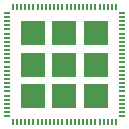
<source format=gbr>
%TF.GenerationSoftware,KiCad,Pcbnew,9.0.7*%
%TF.CreationDate,2026-02-08T20:54:31-05:00*%
%TF.ProjectId,esp32-p4,65737033-322d-4703-942e-6b696361645f,rev?*%
%TF.SameCoordinates,Original*%
%TF.FileFunction,Copper,L1,Top*%
%TF.FilePolarity,Positive*%
%FSLAX46Y46*%
G04 Gerber Fmt 4.6, Leading zero omitted, Abs format (unit mm)*
G04 Created by KiCad (PCBNEW 9.0.7) date 2026-02-08 20:54:31*
%MOMM*%
%LPD*%
G01*
G04 APERTURE LIST*
%TA.AperFunction,SMDPad,CuDef*%
%ADD10O,0.650000X0.200000*%
%TD*%
%TA.AperFunction,SMDPad,CuDef*%
%ADD11O,0.200000X0.650000*%
%TD*%
%TA.AperFunction,SMDPad,CuDef*%
%ADD12R,2.100000X2.100000*%
%TD*%
G04 APERTURE END LIST*
D10*
%TO.P,U1,1,GPIO1/ADC*%
%TO.N,unconnected-(U1-GPIO1{slash}ADC-Pad1)*%
X146250000Y-95750000D03*
%TO.P,U1,2,GPIO2/ADC*%
%TO.N,unconnected-(U1-GPIO2{slash}ADC-Pad2)*%
X146250000Y-96100000D03*
%TO.P,U1,3,GPIO3/ADC*%
%TO.N,unconnected-(U1-GPIO3{slash}ADC-Pad3)*%
X146250000Y-96450000D03*
%TO.P,U1,4,GPIO4/ADC*%
%TO.N,unconnected-(U1-GPIO4{slash}ADC-Pad4)*%
X146250000Y-96800000D03*
%TO.P,U1,5,GPIO5/ADC*%
%TO.N,unconnected-(U1-GPIO5{slash}ADC-Pad5)*%
X146250000Y-97150000D03*
%TO.P,U1,6,GPIO6/ADC*%
%TO.N,unconnected-(U1-GPIO6{slash}ADC-Pad6)*%
X146250000Y-97500000D03*
%TO.P,U1,7,GPIO7/ADC*%
%TO.N,unconnected-(U1-GPIO7{slash}ADC-Pad7)*%
X146250000Y-97850000D03*
%TO.P,U1,8,GPIO8/ADC*%
%TO.N,unconnected-(U1-GPIO8{slash}ADC-Pad8)*%
X146250000Y-98200000D03*
%TO.P,U1,9,VDD_LP*%
%TO.N,unconnected-(U1-VDD_LP-Pad9)*%
X146250000Y-98550000D03*
%TO.P,U1,10,GPIO9/ADC*%
%TO.N,unconnected-(U1-GPIO9{slash}ADC-Pad10)*%
X146250000Y-98900000D03*
%TO.P,U1,11,GPIO10/ADC*%
%TO.N,unconnected-(U1-GPIO10{slash}ADC-Pad11)*%
X146250000Y-99250000D03*
%TO.P,U1,12,GPIO11/ADC*%
%TO.N,unconnected-(U1-GPIO11{slash}ADC-Pad12)*%
X146250000Y-99600000D03*
%TO.P,U1,13,GPIO12/ADC*%
%TO.N,unconnected-(U1-GPIO12{slash}ADC-Pad13)*%
X146250000Y-99950000D03*
%TO.P,U1,14,GPIO13/ADC*%
%TO.N,unconnected-(U1-GPIO13{slash}ADC-Pad14)*%
X146250000Y-100300000D03*
%TO.P,U1,15,GPIO14/ADC*%
%TO.N,unconnected-(U1-GPIO14{slash}ADC-Pad15)*%
X146250000Y-100650000D03*
%TO.P,U1,16,GPIO15/ADC*%
%TO.N,unconnected-(U1-GPIO15{slash}ADC-Pad16)*%
X146250000Y-101000000D03*
%TO.P,U1,17,GPIO16/ADC*%
%TO.N,unconnected-(U1-GPIO16{slash}ADC-Pad17)*%
X146250000Y-101350000D03*
%TO.P,U1,18,GPIO17/ADC*%
%TO.N,unconnected-(U1-GPIO17{slash}ADC-Pad18)*%
X146250000Y-101700000D03*
%TO.P,U1,19,GPIO18/ADC*%
%TO.N,unconnected-(U1-GPIO18{slash}ADC-Pad19)*%
X146250000Y-102050000D03*
%TO.P,U1,20,GPIO19/ADC*%
%TO.N,unconnected-(U1-GPIO19{slash}ADC-Pad20)*%
X146250000Y-102400000D03*
%TO.P,U1,21,VDD_IO_0*%
%TO.N,unconnected-(U1-VDD_IO_0-Pad21)*%
X146250000Y-102750000D03*
%TO.P,U1,22,GPIO20/ADC*%
%TO.N,unconnected-(U1-GPIO20{slash}ADC-Pad22)*%
X146250000Y-103100000D03*
%TO.P,U1,23,GPIO21/ADC*%
%TO.N,unconnected-(U1-GPIO21{slash}ADC-Pad23)*%
X146250000Y-103450000D03*
%TO.P,U1,24,GPIO22/ADC*%
%TO.N,unconnected-(U1-GPIO22{slash}ADC-Pad24)*%
X146250000Y-103800000D03*
%TO.P,U1,25,GPIO23/ADC*%
%TO.N,unconnected-(U1-GPIO23{slash}ADC-Pad25)*%
X146250000Y-104150000D03*
%TO.P,U1,26,VDD_HP_0*%
%TO.N,unconnected-(U1-VDD_HP_0-Pad26)*%
X146250000Y-104500000D03*
D11*
%TO.P,U1,27,FLASH_CS*%
%TO.N,unconnected-(U1-FLASH_CS-Pad27)*%
X146750000Y-105000000D03*
%TO.P,U1,28,FLASH_Q*%
%TO.N,unconnected-(U1-FLASH_Q-Pad28)*%
X147100000Y-105000000D03*
%TO.P,U1,29,FLASH_WP*%
%TO.N,unconnected-(U1-FLASH_WP-Pad29)*%
X147450000Y-105000000D03*
%TO.P,U1,30,VDD_FLASH_IO*%
%TO.N,unconnected-(U1-VDD_FLASH_IO-Pad30)*%
X147800000Y-105000000D03*
%TO.P,U1,31,FLASH_HOLD*%
%TO.N,unconnected-(U1-FLASH_HOLD-Pad31)*%
X148150000Y-105000000D03*
%TO.P,U1,32,FLASH_CK*%
%TO.N,unconnected-(U1-FLASH_CK-Pad32)*%
X148500000Y-105000000D03*
%TO.P,U1,33,FLASH_D*%
%TO.N,unconnected-(U1-FLASH_D-Pad33)*%
X148850000Y-105000000D03*
%TO.P,U1,34,DSI_REXT*%
%TO.N,unconnected-(U1-DSI_REXT-Pad34)*%
X149200000Y-105000000D03*
%TO.P,U1,35,DSI_DATAP1*%
%TO.N,unconnected-(U1-DSI_DATAP1-Pad35)*%
X149550000Y-105000000D03*
%TO.P,U1,36,DSI_DATAN1*%
%TO.N,unconnected-(U1-DSI_DATAN1-Pad36)*%
X149900000Y-105000000D03*
%TO.P,U1,37,DSI_CLKN*%
%TO.N,unconnected-(U1-DSI_CLKN-Pad37)*%
X150250000Y-105000000D03*
%TO.P,U1,38,DSI_CLKP*%
%TO.N,unconnected-(U1-DSI_CLKP-Pad38)*%
X150600000Y-105000000D03*
%TO.P,U1,39,DSI_DATAP0*%
%TO.N,unconnected-(U1-DSI_DATAP0-Pad39)*%
X150950000Y-105000000D03*
%TO.P,U1,40,DSI_DATAN0*%
%TO.N,unconnected-(U1-DSI_DATAN0-Pad40)*%
X151300000Y-105000000D03*
%TO.P,U1,41,VDD_MIPI_DPHY*%
%TO.N,unconnected-(U1-VDD_MIPI_DPHY-Pad41)*%
X151650000Y-105000000D03*
%TO.P,U1,42,CSI_DATAN0*%
%TO.N,unconnected-(U1-CSI_DATAN0-Pad42)*%
X152000000Y-105000000D03*
%TO.P,U1,43,CSI_DATAP0*%
%TO.N,unconnected-(U1-CSI_DATAP0-Pad43)*%
X152350000Y-105000000D03*
%TO.P,U1,44,CSI_CLKP*%
%TO.N,unconnected-(U1-CSI_CLKP-Pad44)*%
X152700000Y-105000000D03*
%TO.P,U1,45,CSI_CLKN*%
%TO.N,unconnected-(U1-CSI_CLKN-Pad45)*%
X153050000Y-105000000D03*
%TO.P,U1,46,CSI_DATAN1*%
%TO.N,unconnected-(U1-CSI_DATAN1-Pad46)*%
X153400000Y-105000000D03*
%TO.P,U1,47,CSI_DATAP1*%
%TO.N,unconnected-(U1-CSI_DATAP1-Pad47)*%
X153750000Y-105000000D03*
%TO.P,U1,48,CSI_REXT*%
%TO.N,unconnected-(U1-CSI_REXT-Pad48)*%
X154100000Y-105000000D03*
%TO.P,U1,49,USB-DM*%
%TO.N,unconnected-(U1-USB-DM-Pad49)*%
X154450000Y-105000000D03*
%TO.P,U1,50,USB-DP*%
%TO.N,unconnected-(U1-USB-DP-Pad50)*%
X154800000Y-105000000D03*
%TO.P,U1,51,VDD_USBPHY*%
%TO.N,unconnected-(U1-VDD_USBPHY-Pad51)*%
X155150000Y-105000000D03*
%TO.P,U1,52,GPIO24/ADC/USB*%
%TO.N,unconnected-(U1-GPIO24{slash}ADC{slash}USB-Pad52)*%
X155500000Y-105000000D03*
D10*
%TO.P,U1,53,GPIO25/ADC/USB*%
%TO.N,unconnected-(U1-GPIO25{slash}ADC{slash}USB-Pad53)*%
X156000000Y-104500000D03*
%TO.P,U1,54,NC*%
%TO.N,unconnected-(U1-NC-Pad54)*%
X156000000Y-104150000D03*
%TO.P,U1,55,GPIO26/ADC/USB*%
%TO.N,unconnected-(U1-GPIO26{slash}ADC{slash}USB-Pad55)*%
X156000000Y-103800000D03*
%TO.P,U1,56,GPIO27/ADC/USB*%
%TO.N,unconnected-(U1-GPIO27{slash}ADC{slash}USB-Pad56)*%
X156000000Y-103450000D03*
%TO.P,U1,57,GPIO28*%
%TO.N,unconnected-(U1-GPIO28-Pad57)*%
X156000000Y-103100000D03*
%TO.P,U1,58,GPIO29*%
%TO.N,unconnected-(U1-GPIO29-Pad58)*%
X156000000Y-102750000D03*
%TO.P,U1,59,VDD_PSRAM_0*%
%TO.N,unconnected-(U1-VDD_PSRAM_0-Pad59)*%
X156000000Y-102400000D03*
%TO.P,U1,60,GPIO30*%
%TO.N,unconnected-(U1-GPIO30-Pad60)*%
X156000000Y-102050000D03*
%TO.P,U1,61,GPIO31*%
%TO.N,unconnected-(U1-GPIO31-Pad61)*%
X156000000Y-101700000D03*
%TO.P,U1,62,VDD_IO_4*%
%TO.N,unconnected-(U1-VDD_IO_4-Pad62)*%
X156000000Y-101350000D03*
%TO.P,U1,63,GPIO32*%
%TO.N,unconnected-(U1-GPIO32-Pad63)*%
X156000000Y-101000000D03*
%TO.P,U1,64,GPIO33*%
%TO.N,unconnected-(U1-GPIO33-Pad64)*%
X156000000Y-100650000D03*
%TO.P,U1,65,GPIO34*%
%TO.N,unconnected-(U1-GPIO34-Pad65)*%
X156000000Y-100300000D03*
%TO.P,U1,66,GPIO35*%
%TO.N,unconnected-(U1-GPIO35-Pad66)*%
X156000000Y-99950000D03*
%TO.P,U1,67,VDD_PSRAM_1*%
%TO.N,unconnected-(U1-VDD_PSRAM_1-Pad67)*%
X156000000Y-99600000D03*
%TO.P,U1,68,GPIO36*%
%TO.N,unconnected-(U1-GPIO36-Pad68)*%
X156000000Y-99250000D03*
%TO.P,U1,69,GPIO37*%
%TO.N,unconnected-(U1-GPIO37-Pad69)*%
X156000000Y-98900000D03*
%TO.P,U1,70,GPIO38*%
%TO.N,unconnected-(U1-GPIO38-Pad70)*%
X156000000Y-98550000D03*
%TO.P,U1,71,VDDO_FLASH*%
%TO.N,unconnected-(U1-VDDO_FLASH-Pad71)*%
X156000000Y-98200000D03*
%TO.P,U1,72,VDDO_PSRAM*%
%TO.N,unconnected-(U1-VDDO_PSRAM-Pad72)*%
X156000000Y-97850000D03*
%TO.P,U1,73,VDDO_3*%
%TO.N,unconnected-(U1-VDDO_3-Pad73)*%
X156000000Y-97500000D03*
%TO.P,U1,74,VDDO_4*%
%TO.N,unconnected-(U1-VDDO_4-Pad74)*%
X156000000Y-97150000D03*
%TO.P,U1,75,VDD_LDO*%
%TO.N,unconnected-(U1-VDD_LDO-Pad75)*%
X156000000Y-96800000D03*
%TO.P,U1,76,VDD_HP_2*%
%TO.N,unconnected-(U1-VDD_HP_2-Pad76)*%
X156000000Y-96450000D03*
%TO.P,U1,77,VDD_DCDCC*%
%TO.N,unconnected-(U1-VDD_DCDCC-Pad77)*%
X156000000Y-96100000D03*
%TO.P,U1,78,FB_DCDC*%
%TO.N,unconnected-(U1-FB_DCDC-Pad78)*%
X156000000Y-95750000D03*
D11*
%TO.P,U1,79,EN_DCDC*%
%TO.N,unconnected-(U1-EN_DCDC-Pad79)*%
X155500000Y-95250000D03*
%TO.P,U1,80,GPIO39*%
%TO.N,unconnected-(U1-GPIO39-Pad80)*%
X155150000Y-95250000D03*
%TO.P,U1,81,GPIO40*%
%TO.N,unconnected-(U1-GPIO40-Pad81)*%
X154800000Y-95250000D03*
%TO.P,U1,82,GPIO41*%
%TO.N,unconnected-(U1-GPIO41-Pad82)*%
X154450000Y-95250000D03*
%TO.P,U1,83,GPIO42*%
%TO.N,unconnected-(U1-GPIO42-Pad83)*%
X154100000Y-95250000D03*
%TO.P,U1,84,GPIO43*%
%TO.N,unconnected-(U1-GPIO43-Pad84)*%
X153750000Y-95250000D03*
%TO.P,U1,85,VDD_IO_5*%
%TO.N,unconnected-(U1-VDD_IO_5-Pad85)*%
X153400000Y-95250000D03*
%TO.P,U1,86,GPIO44*%
%TO.N,unconnected-(U1-GPIO44-Pad86)*%
X153050000Y-95250000D03*
%TO.P,U1,87,GPIO45*%
%TO.N,unconnected-(U1-GPIO45-Pad87)*%
X152700000Y-95250000D03*
%TO.P,U1,88,GPIO46*%
%TO.N,unconnected-(U1-GPIO46-Pad88)*%
X152350000Y-95250000D03*
%TO.P,U1,89,GPIO47*%
%TO.N,unconnected-(U1-GPIO47-Pad89)*%
X152000000Y-95250000D03*
%TO.P,U1,90,GPIO48*%
%TO.N,unconnected-(U1-GPIO48-Pad90)*%
X151650000Y-95250000D03*
%TO.P,U1,91,VDD_HP_3*%
%TO.N,unconnected-(U1-VDD_HP_3-Pad91)*%
X151300000Y-95250000D03*
%TO.P,U1,92,GPIO49/ADC*%
%TO.N,unconnected-(U1-GPIO49{slash}ADC-Pad92)*%
X150950000Y-95250000D03*
%TO.P,U1,93,GPIO50/ADC*%
%TO.N,unconnected-(U1-GPIO50{slash}ADC-Pad93)*%
X150600000Y-95250000D03*
%TO.P,U1,94,GPIO51/ADC*%
%TO.N,unconnected-(U1-GPIO51{slash}ADC-Pad94)*%
X150250000Y-95250000D03*
%TO.P,U1,95,GPIO52/ADC*%
%TO.N,unconnected-(U1-GPIO52{slash}ADC-Pad95)*%
X149900000Y-95250000D03*
%TO.P,U1,96,VDD_IO_6*%
%TO.N,unconnected-(U1-VDD_IO_6-Pad96)*%
X149550000Y-95250000D03*
%TO.P,U1,97,GPIO53/ADC*%
%TO.N,unconnected-(U1-GPIO53{slash}ADC-Pad97)*%
X149200000Y-95250000D03*
%TO.P,U1,98,GPIO54/ADC*%
%TO.N,unconnected-(U1-GPIO54{slash}ADC-Pad98)*%
X148850000Y-95250000D03*
%TO.P,U1,99,XTAL_N*%
%TO.N,unconnected-(U1-XTAL_N-Pad99)*%
X148500000Y-95250000D03*
%TO.P,U1,100,XTAL_P*%
%TO.N,unconnected-(U1-XTAL_P-Pad100)*%
X148150000Y-95250000D03*
%TO.P,U1,101,VDD_ANA*%
%TO.N,unconnected-(U1-VDD_ANA-Pad101)*%
X147800000Y-95250000D03*
%TO.P,U1,102,VDD_BAT*%
%TO.N,unconnected-(U1-VDD_BAT-Pad102)*%
X147450000Y-95250000D03*
%TO.P,U1,103,CHIP_PU*%
%TO.N,unconnected-(U1-CHIP_PU-Pad103)*%
X147100000Y-95250000D03*
%TO.P,U1,104,GPIO0/ADC*%
%TO.N,unconnected-(U1-GPIO0{slash}ADC-Pad104)*%
X146750000Y-95250000D03*
D12*
%TO.P,U1,105,GND*%
%TO.N,unconnected-(U1-GND-Pad105)*%
X148425000Y-97425000D03*
X148425000Y-100125000D03*
X148425000Y-102825000D03*
X151125000Y-97425000D03*
X151125000Y-100125000D03*
X151125000Y-102825000D03*
X153825000Y-97425000D03*
X153825000Y-100125000D03*
X153825000Y-102825000D03*
%TD*%
M02*

</source>
